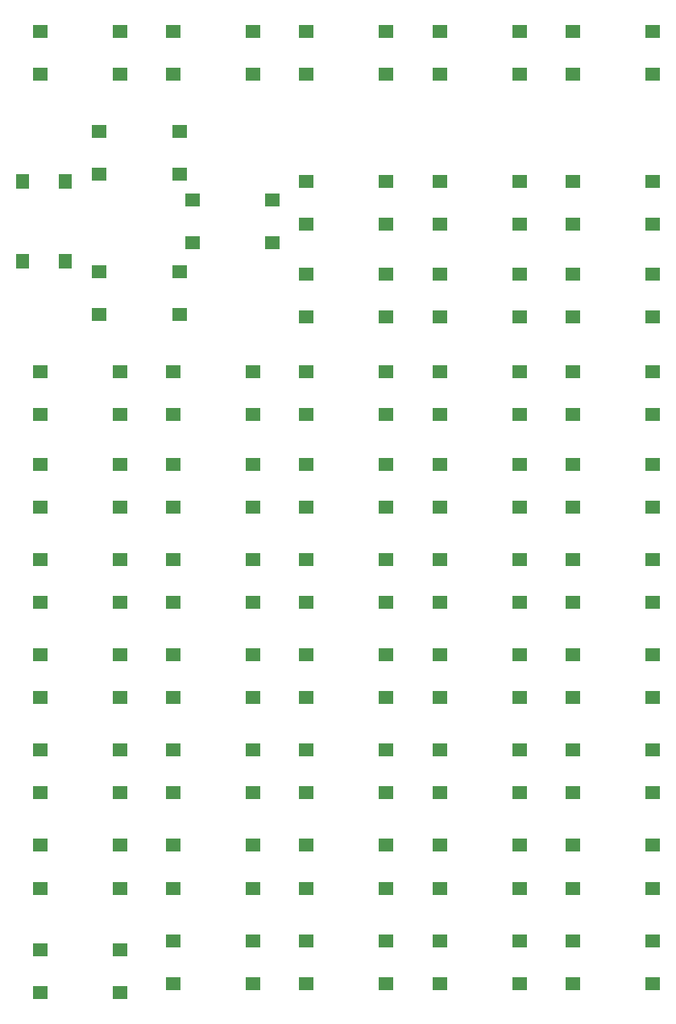
<source format=gbp>
G04 #@! TF.GenerationSoftware,KiCad,Pcbnew,7.0.1*
G04 #@! TF.CreationDate,2023-03-17T22:44:53-07:00*
G04 #@! TF.ProjectId,TI-83x,54492d38-3378-42e6-9b69-6361645f7063,A*
G04 #@! TF.SameCoordinates,Original*
G04 #@! TF.FileFunction,Paste,Bot*
G04 #@! TF.FilePolarity,Positive*
%FSLAX46Y46*%
G04 Gerber Fmt 4.6, Leading zero omitted, Abs format (unit mm)*
G04 Created by KiCad (PCBNEW 7.0.1) date 2023-03-17 22:44:53*
%MOMM*%
%LPD*%
G01*
G04 APERTURE LIST*
%ADD10R,1.600000X1.400000*%
%ADD11R,1.400000X1.600000*%
G04 APERTURE END LIST*
D10*
X44450000Y-183250000D03*
X44450000Y-187750000D03*
X36050000Y-183250000D03*
X36050000Y-187750000D03*
X100450000Y-122500000D03*
X100450000Y-127000000D03*
X92050000Y-122500000D03*
X92050000Y-127000000D03*
X58450000Y-122500000D03*
X58450000Y-127000000D03*
X50050000Y-122500000D03*
X50050000Y-127000000D03*
X58450000Y-142250000D03*
X58450000Y-146750000D03*
X50050000Y-142250000D03*
X50050000Y-146750000D03*
D11*
X38750000Y-110950000D03*
X34250000Y-110950000D03*
X38750000Y-102550000D03*
X34250000Y-102550000D03*
D10*
X86450000Y-182250000D03*
X86450000Y-186750000D03*
X78050000Y-182250000D03*
X78050000Y-186750000D03*
X58450000Y-86750000D03*
X58450000Y-91250000D03*
X50050000Y-86750000D03*
X50050000Y-91250000D03*
X100450000Y-86750000D03*
X100450000Y-91250000D03*
X92050000Y-86750000D03*
X92050000Y-91250000D03*
X64050000Y-91250000D03*
X64050000Y-86750000D03*
X72450000Y-91250000D03*
X72450000Y-86750000D03*
X72450000Y-142250000D03*
X72450000Y-146750000D03*
X64050000Y-142250000D03*
X64050000Y-146750000D03*
X44450000Y-172250000D03*
X44450000Y-176750000D03*
X36050000Y-172250000D03*
X36050000Y-176750000D03*
X72450000Y-152250000D03*
X72450000Y-156750000D03*
X64050000Y-152250000D03*
X64050000Y-156750000D03*
X100450000Y-142250000D03*
X100450000Y-146750000D03*
X92050000Y-142250000D03*
X92050000Y-146750000D03*
X86450000Y-142250000D03*
X86450000Y-146750000D03*
X78050000Y-142250000D03*
X78050000Y-146750000D03*
X58450000Y-162250000D03*
X58450000Y-166750000D03*
X50050000Y-162250000D03*
X50050000Y-166750000D03*
X86450000Y-152250000D03*
X86450000Y-156750000D03*
X78050000Y-152250000D03*
X78050000Y-156750000D03*
X86450000Y-86750000D03*
X86450000Y-91250000D03*
X78050000Y-86750000D03*
X78050000Y-91250000D03*
X44450000Y-162250000D03*
X44450000Y-166750000D03*
X36050000Y-162250000D03*
X36050000Y-166750000D03*
X50700000Y-112000000D03*
X50700000Y-116500000D03*
X42300000Y-112000000D03*
X42300000Y-116500000D03*
X44450000Y-152250000D03*
X44450000Y-156750000D03*
X36050000Y-152250000D03*
X36050000Y-156750000D03*
X100450000Y-132250000D03*
X100450000Y-136750000D03*
X92050000Y-132250000D03*
X92050000Y-136750000D03*
X100450000Y-112250000D03*
X100450000Y-116750000D03*
X92050000Y-112250000D03*
X92050000Y-116750000D03*
X58450000Y-152250000D03*
X58450000Y-156750000D03*
X50050000Y-152250000D03*
X50050000Y-156750000D03*
X72450000Y-132250000D03*
X72450000Y-136750000D03*
X64050000Y-132250000D03*
X64050000Y-136750000D03*
X86450000Y-172250000D03*
X86450000Y-176750000D03*
X78050000Y-172250000D03*
X78050000Y-176750000D03*
X72450000Y-182250000D03*
X72450000Y-186750000D03*
X64050000Y-182250000D03*
X64050000Y-186750000D03*
X72450000Y-172250000D03*
X72450000Y-176750000D03*
X64050000Y-172250000D03*
X64050000Y-176750000D03*
X86450000Y-132250000D03*
X86450000Y-136750000D03*
X78050000Y-132250000D03*
X78050000Y-136750000D03*
X44450000Y-142250000D03*
X44450000Y-146750000D03*
X36050000Y-142250000D03*
X36050000Y-146750000D03*
X86450000Y-122500000D03*
X86450000Y-127000000D03*
X78050000Y-122500000D03*
X78050000Y-127000000D03*
X100450000Y-182250000D03*
X100450000Y-186750000D03*
X92050000Y-182250000D03*
X92050000Y-186750000D03*
X86450000Y-162250000D03*
X86450000Y-166750000D03*
X78050000Y-162250000D03*
X78050000Y-166750000D03*
X36050000Y-127000000D03*
X36050000Y-122500000D03*
X44450000Y-127000000D03*
X44450000Y-122500000D03*
X60450000Y-104500000D03*
X60450000Y-109000000D03*
X52050000Y-104500000D03*
X52050000Y-109000000D03*
X100450000Y-102500000D03*
X100450000Y-107000000D03*
X92050000Y-102500000D03*
X92050000Y-107000000D03*
X50700000Y-97250000D03*
X50700000Y-101750000D03*
X42300000Y-97250000D03*
X42300000Y-101750000D03*
X72450000Y-102500000D03*
X72450000Y-107000000D03*
X64050000Y-102500000D03*
X64050000Y-107000000D03*
X58450000Y-172250000D03*
X58450000Y-176750000D03*
X50050000Y-172250000D03*
X50050000Y-176750000D03*
X72450000Y-122500000D03*
X72450000Y-127000000D03*
X64050000Y-122500000D03*
X64050000Y-127000000D03*
X86450000Y-112250000D03*
X86450000Y-116750000D03*
X78050000Y-112250000D03*
X78050000Y-116750000D03*
X100450000Y-152250000D03*
X100450000Y-156750000D03*
X92050000Y-152250000D03*
X92050000Y-156750000D03*
X44450000Y-86750000D03*
X44450000Y-91250000D03*
X36050000Y-86750000D03*
X36050000Y-91250000D03*
X44450000Y-132250000D03*
X44450000Y-136750000D03*
X36050000Y-132250000D03*
X36050000Y-136750000D03*
X72450000Y-112250000D03*
X72450000Y-116750000D03*
X64050000Y-112250000D03*
X64050000Y-116750000D03*
X58450000Y-132250000D03*
X58450000Y-136750000D03*
X50050000Y-132250000D03*
X50050000Y-136750000D03*
X100450000Y-162250000D03*
X100450000Y-166750000D03*
X92050000Y-162250000D03*
X92050000Y-166750000D03*
X72450000Y-162250000D03*
X72450000Y-166750000D03*
X64050000Y-162250000D03*
X64050000Y-166750000D03*
X58450000Y-182250000D03*
X58450000Y-186750000D03*
X50050000Y-182250000D03*
X50050000Y-186750000D03*
X86450000Y-102500000D03*
X86450000Y-107000000D03*
X78050000Y-102500000D03*
X78050000Y-107000000D03*
X100450000Y-172250000D03*
X100450000Y-176750000D03*
X92050000Y-172250000D03*
X92050000Y-176750000D03*
M02*

</source>
